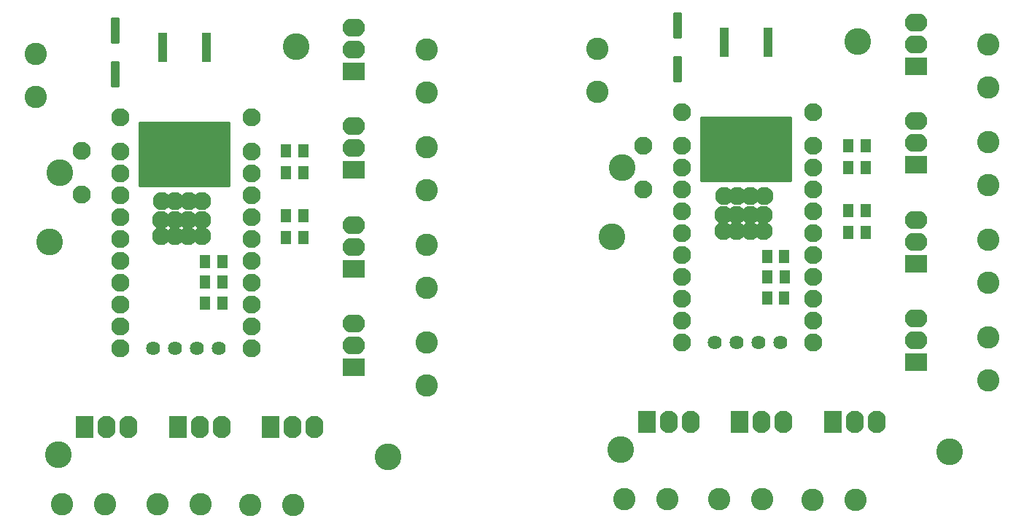
<source format=gbs>
G04 Layer: BottomSolderMaskLayer*
G04 EasyEDA v6.5.22, 2022-12-30 10:19:24*
G04 cc661ac33e424cae800a4ac99e05d963,5dd06754fdd742daa6fe38bf62b7df6b,10*
G04 Gerber Generator version 0.2*
G04 Scale: 100 percent, Rotated: No, Reflected: No *
G04 Dimensions in millimeters *
G04 leading zeros omitted , absolute positions ,4 integer and 5 decimal *
%FSLAX45Y45*%
%MOMM*%

%AMMACRO1*1,1,$1,$2,$3*1,1,$1,$4,$5*1,1,$1,0-$2,0-$3*1,1,$1,0-$4,0-$5*20,1,$1,$2,$3,$4,$5,0*20,1,$1,$4,$5,0-$2,0-$3,0*20,1,$1,0-$2,0-$3,0-$4,0-$5,0*20,1,$1,0-$4,0-$5,$2,$3,0*4,1,4,$2,$3,$4,$5,0-$2,0-$3,0-$4,0-$5,$2,$3,0*%
%ADD10C,2.6016*%
%ADD11C,2.1016*%
%ADD12C,1.6256*%
%ADD13C,3.1016*%
%ADD14MACRO1,0.1016X-1.0008X1.2497X1.0008X1.2497*%
%ADD15O,2.101596X2.601595*%
%ADD16MACRO1,0.1016X-1.2497X-1.0008X-1.2497X1.0008*%
%ADD17O,2.601595X2.101596*%
%ADD18R,2.6016X2.1016*%
%ADD19MACRO1,0.2032X0.4X-1.4X0.4X1.4*%
%ADD20MACRO1,0.1016X0.49X-1.647X-0.49X-1.647*%
%ADD21MACRO1,0.1016X-5.2832X-3.766X5.2832X-3.766*%
%ADD22MACRO1,0.1016X-0.5663X0.6885X-0.5663X-0.6885*%
%ADD23MACRO1,0.1016X0.5663X0.6885X0.5663X-0.6885*%
%ADD24MACRO1,0.1016X0.5663X-0.6885X0.5663X0.6885*%
%ADD25MACRO1,0.1016X-0.5663X-0.6885X-0.5663X0.6885*%
%ADD26C,0.0105*%

%LPD*%
D10*
G01*
X9982395Y1019815D03*
G01*
X10482394Y1019815D03*
G01*
X8902895Y1032515D03*
G01*
X9402894Y1032515D03*
G01*
X7797995Y1032515D03*
G01*
X8297994Y1032515D03*
G01*
X12029457Y2408102D03*
G01*
X12029457Y2908101D03*
G01*
X12029457Y5811702D03*
G01*
X12029457Y6311701D03*
G01*
X12029457Y3542644D03*
G01*
X12029457Y4042643D03*
G01*
X12029457Y4677186D03*
G01*
X12029457Y5177185D03*
D11*
G01*
X9996103Y5525419D03*
G01*
X9996103Y5132405D03*
G01*
X9996103Y4878405D03*
G01*
X9996103Y4624405D03*
G01*
X9996103Y4370405D03*
G01*
X9996103Y4116405D03*
G01*
X9996103Y3862405D03*
G01*
X9996103Y3608405D03*
G01*
X9996103Y3354405D03*
G01*
X9996103Y3100405D03*
G01*
X9996103Y2846405D03*
D12*
G01*
X9615103Y2846405D03*
G01*
X9361103Y2846405D03*
G01*
X9107103Y2846405D03*
G01*
X8853103Y2846405D03*
D11*
G01*
X8472103Y2846405D03*
G01*
X8472103Y3100405D03*
G01*
X8472103Y3354405D03*
G01*
X8472103Y3608405D03*
G01*
X8472103Y3862405D03*
G01*
X8472103Y4116405D03*
G01*
X8472103Y4370405D03*
G01*
X8472103Y4624405D03*
G01*
X8472103Y4878405D03*
G01*
X8472103Y5132405D03*
G01*
X8472103Y5525419D03*
G01*
X8024708Y4626615D03*
D13*
G01*
X7774721Y4880615D03*
D11*
G01*
X8024708Y5134615D03*
D14*
G01*
X10219700Y1927865D03*
D15*
G01*
X10727707Y1927867D03*
G01*
X10473707Y1927867D03*
D14*
G01*
X9140200Y1927865D03*
D15*
G01*
X9648207Y1927867D03*
G01*
X9394207Y1927867D03*
D14*
G01*
X8060700Y1927865D03*
D15*
G01*
X8568707Y1927865D03*
G01*
X8314707Y1927865D03*
D16*
G01*
X11184900Y2620015D03*
D17*
G01*
X11184907Y3128022D03*
G01*
X11184907Y2874022D03*
D16*
G01*
X11184900Y3767249D03*
D17*
G01*
X11184907Y4275239D03*
G01*
X11184907Y4021239D03*
D18*
G01*
X11184907Y4914480D03*
D17*
G01*
X11184907Y5422480D03*
G01*
X11184907Y5168480D03*
D16*
G01*
X11184900Y6061715D03*
D17*
G01*
X11184907Y6569722D03*
G01*
X11184907Y6315722D03*
D10*
G01*
X7491308Y5760902D03*
G01*
X7491308Y6260901D03*
D19*
G01*
X1894400Y5962650D03*
G01*
X1894400Y6470650D03*
D20*
G01*
X2440500Y6279644D03*
G01*
X2948500Y6279644D03*
D21*
G01*
X2694500Y5036037D03*
D22*
G01*
X4077205Y5073650D03*
D23*
G01*
X3877195Y5073650D03*
D22*
G01*
X4077205Y4819650D03*
D23*
G01*
X3877195Y4819650D03*
D22*
G01*
X4077205Y4324350D03*
D23*
G01*
X3877195Y4324350D03*
D22*
G01*
X4077205Y4070350D03*
D23*
G01*
X3877195Y4070350D03*
D24*
G01*
X2935536Y3790950D03*
D25*
G01*
X3135546Y3790950D03*
D24*
G01*
X2937395Y3549650D03*
D25*
G01*
X3137405Y3549650D03*
D24*
G01*
X2935536Y3308350D03*
D25*
G01*
X3135546Y3308350D03*
D10*
G01*
X967308Y5699937D03*
G01*
X967308Y6199936D03*
D16*
G01*
X4660900Y6000750D03*
D17*
G01*
X4660907Y6508757D03*
G01*
X4660907Y6254757D03*
D18*
G01*
X4660907Y4853515D03*
D17*
G01*
X4660907Y5361515D03*
G01*
X4660907Y5107515D03*
D16*
G01*
X4660900Y3706284D03*
D17*
G01*
X4660907Y4214274D03*
G01*
X4660907Y3960274D03*
D16*
G01*
X4660900Y2559050D03*
D17*
G01*
X4660907Y3067057D03*
G01*
X4660907Y2813057D03*
D14*
G01*
X1536700Y1866900D03*
D15*
G01*
X2044707Y1866900D03*
G01*
X1790707Y1866900D03*
D14*
G01*
X2616200Y1866900D03*
D15*
G01*
X3124207Y1866902D03*
G01*
X2870207Y1866902D03*
D14*
G01*
X3695700Y1866900D03*
D15*
G01*
X4203707Y1866902D03*
G01*
X3949707Y1866902D03*
D11*
G01*
X1500708Y4565650D03*
D13*
G01*
X1250721Y4819650D03*
D11*
G01*
X1500708Y5073650D03*
G01*
X3472103Y5464454D03*
G01*
X3472103Y5071440D03*
G01*
X3472103Y4817440D03*
G01*
X3472103Y4563440D03*
G01*
X3472103Y4309440D03*
G01*
X3472103Y4055440D03*
G01*
X3472103Y3801440D03*
G01*
X3472103Y3547440D03*
G01*
X3472103Y3293440D03*
G01*
X3472103Y3039440D03*
G01*
X3472103Y2785440D03*
D12*
G01*
X3091103Y2785440D03*
G01*
X2837103Y2785440D03*
G01*
X2583103Y2785440D03*
G01*
X2329103Y2785440D03*
D11*
G01*
X1948103Y2785440D03*
G01*
X1948103Y3039440D03*
G01*
X1948103Y3293440D03*
G01*
X1948103Y3547440D03*
G01*
X1948103Y3801440D03*
G01*
X1948103Y4055440D03*
G01*
X1948103Y4309440D03*
G01*
X1948103Y4563440D03*
G01*
X1948103Y4817440D03*
G01*
X1948103Y5071440D03*
G01*
X1948103Y5464454D03*
D10*
G01*
X5505457Y4616221D03*
G01*
X5505457Y5116220D03*
G01*
X5505457Y3481679D03*
G01*
X5505457Y3981678D03*
G01*
X5505457Y5750737D03*
G01*
X5505457Y6250736D03*
G01*
X5505457Y2347137D03*
G01*
X5505457Y2847136D03*
G01*
X1273995Y971550D03*
G01*
X1773994Y971550D03*
G01*
X2378895Y971550D03*
G01*
X2878894Y971550D03*
G01*
X3458395Y958850D03*
G01*
X3958394Y958850D03*
D24*
G01*
X9459536Y3369315D03*
D25*
G01*
X9659546Y3369315D03*
D24*
G01*
X9461395Y3610615D03*
D25*
G01*
X9661405Y3610615D03*
D24*
G01*
X9459536Y3851915D03*
D25*
G01*
X9659546Y3851915D03*
D22*
G01*
X10601205Y4131315D03*
D23*
G01*
X10401195Y4131315D03*
D22*
G01*
X10601205Y4385315D03*
D23*
G01*
X10401195Y4385315D03*
D22*
G01*
X10601205Y4880615D03*
D23*
G01*
X10401195Y4880615D03*
D22*
G01*
X10601205Y5134615D03*
D23*
G01*
X10401195Y5134615D03*
D20*
G01*
X8964500Y6340609D03*
G01*
X9472500Y6340609D03*
D21*
G01*
X9218500Y5097002D03*
D19*
G01*
X8418400Y6023615D03*
G01*
X8418400Y6531615D03*
D13*
G01*
X1130300Y4019550D03*
G01*
X3989908Y6286500D03*
G01*
X1231900Y1543050D03*
G01*
X5054600Y1517650D03*
D11*
G01*
X2433421Y4489450D03*
G01*
X2745308Y4489450D03*
G01*
X2589377Y4489450D03*
G01*
X2901238Y4489450D03*
G01*
X2427808Y4273550D03*
G01*
X2583738Y4273550D03*
G01*
X2739669Y4273550D03*
G01*
X2895600Y4273550D03*
G01*
X2427808Y4083050D03*
G01*
X2583738Y4083050D03*
G01*
X2739669Y4083050D03*
G01*
X2895600Y4083050D03*
G01*
X9419600Y4144015D03*
G01*
X9263669Y4144015D03*
G01*
X9107738Y4144015D03*
G01*
X8951808Y4144015D03*
G01*
X9419600Y4334515D03*
G01*
X9263669Y4334515D03*
G01*
X9107738Y4334515D03*
G01*
X8951808Y4334515D03*
G01*
X9425238Y4550415D03*
G01*
X9113377Y4550415D03*
G01*
X9269308Y4550415D03*
G01*
X8957421Y4550415D03*
D13*
G01*
X11578600Y1578615D03*
G01*
X7755900Y1604015D03*
G01*
X10513908Y6347465D03*
G01*
X7654300Y4080515D03*
M02*

</source>
